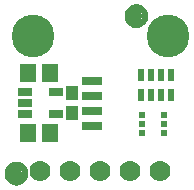
<source format=gbr>
G04 EAGLE Gerber RS-274X export*
G75*
%MOMM*%
%FSLAX34Y34*%
%LPD*%
%INSoldermask Top*%
%IPPOS*%
%AMOC8*
5,1,8,0,0,1.08239X$1,22.5*%
G01*
%ADD10C,3.617600*%
%ADD11C,1.101600*%
%ADD12C,0.500000*%
%ADD13R,1.341600X1.601600*%
%ADD14R,1.301600X0.651600*%
%ADD15R,1.101600X1.176600*%
%ADD16C,1.778000*%
%ADD17R,0.551600X1.001600*%
%ADD18R,0.601600X0.601600*%
%ADD19R,0.601600X0.501600*%
%ADD20R,1.701600X0.801600*%


D10*
X25400Y139700D03*
X139700Y139700D03*
D11*
X113030Y156210D03*
D12*
X113030Y163710D02*
X112849Y163708D01*
X112668Y163701D01*
X112487Y163690D01*
X112306Y163675D01*
X112126Y163655D01*
X111946Y163631D01*
X111767Y163603D01*
X111589Y163570D01*
X111412Y163533D01*
X111235Y163492D01*
X111060Y163447D01*
X110885Y163397D01*
X110712Y163343D01*
X110541Y163285D01*
X110370Y163223D01*
X110202Y163156D01*
X110035Y163086D01*
X109869Y163012D01*
X109706Y162933D01*
X109545Y162851D01*
X109385Y162765D01*
X109228Y162675D01*
X109073Y162581D01*
X108920Y162484D01*
X108770Y162382D01*
X108622Y162278D01*
X108476Y162169D01*
X108334Y162058D01*
X108194Y161942D01*
X108057Y161824D01*
X107922Y161702D01*
X107791Y161577D01*
X107663Y161449D01*
X107538Y161318D01*
X107416Y161183D01*
X107298Y161046D01*
X107182Y160906D01*
X107071Y160764D01*
X106962Y160618D01*
X106858Y160470D01*
X106756Y160320D01*
X106659Y160167D01*
X106565Y160012D01*
X106475Y159855D01*
X106389Y159695D01*
X106307Y159534D01*
X106228Y159371D01*
X106154Y159205D01*
X106084Y159038D01*
X106017Y158870D01*
X105955Y158699D01*
X105897Y158528D01*
X105843Y158355D01*
X105793Y158180D01*
X105748Y158005D01*
X105707Y157828D01*
X105670Y157651D01*
X105637Y157473D01*
X105609Y157294D01*
X105585Y157114D01*
X105565Y156934D01*
X105550Y156753D01*
X105539Y156572D01*
X105532Y156391D01*
X105530Y156210D01*
X113030Y163710D02*
X113211Y163708D01*
X113392Y163701D01*
X113573Y163690D01*
X113754Y163675D01*
X113934Y163655D01*
X114114Y163631D01*
X114293Y163603D01*
X114471Y163570D01*
X114648Y163533D01*
X114825Y163492D01*
X115000Y163447D01*
X115175Y163397D01*
X115348Y163343D01*
X115519Y163285D01*
X115690Y163223D01*
X115858Y163156D01*
X116025Y163086D01*
X116191Y163012D01*
X116354Y162933D01*
X116515Y162851D01*
X116675Y162765D01*
X116832Y162675D01*
X116987Y162581D01*
X117140Y162484D01*
X117290Y162382D01*
X117438Y162278D01*
X117584Y162169D01*
X117726Y162058D01*
X117866Y161942D01*
X118003Y161824D01*
X118138Y161702D01*
X118269Y161577D01*
X118397Y161449D01*
X118522Y161318D01*
X118644Y161183D01*
X118762Y161046D01*
X118878Y160906D01*
X118989Y160764D01*
X119098Y160618D01*
X119202Y160470D01*
X119304Y160320D01*
X119401Y160167D01*
X119495Y160012D01*
X119585Y159855D01*
X119671Y159695D01*
X119753Y159534D01*
X119832Y159371D01*
X119906Y159205D01*
X119976Y159038D01*
X120043Y158870D01*
X120105Y158699D01*
X120163Y158528D01*
X120217Y158355D01*
X120267Y158180D01*
X120312Y158005D01*
X120353Y157828D01*
X120390Y157651D01*
X120423Y157473D01*
X120451Y157294D01*
X120475Y157114D01*
X120495Y156934D01*
X120510Y156753D01*
X120521Y156572D01*
X120528Y156391D01*
X120530Y156210D01*
X120528Y156029D01*
X120521Y155848D01*
X120510Y155667D01*
X120495Y155486D01*
X120475Y155306D01*
X120451Y155126D01*
X120423Y154947D01*
X120390Y154769D01*
X120353Y154592D01*
X120312Y154415D01*
X120267Y154240D01*
X120217Y154065D01*
X120163Y153892D01*
X120105Y153721D01*
X120043Y153550D01*
X119976Y153382D01*
X119906Y153215D01*
X119832Y153049D01*
X119753Y152886D01*
X119671Y152725D01*
X119585Y152565D01*
X119495Y152408D01*
X119401Y152253D01*
X119304Y152100D01*
X119202Y151950D01*
X119098Y151802D01*
X118989Y151656D01*
X118878Y151514D01*
X118762Y151374D01*
X118644Y151237D01*
X118522Y151102D01*
X118397Y150971D01*
X118269Y150843D01*
X118138Y150718D01*
X118003Y150596D01*
X117866Y150478D01*
X117726Y150362D01*
X117584Y150251D01*
X117438Y150142D01*
X117290Y150038D01*
X117140Y149936D01*
X116987Y149839D01*
X116832Y149745D01*
X116675Y149655D01*
X116515Y149569D01*
X116354Y149487D01*
X116191Y149408D01*
X116025Y149334D01*
X115858Y149264D01*
X115690Y149197D01*
X115519Y149135D01*
X115348Y149077D01*
X115175Y149023D01*
X115000Y148973D01*
X114825Y148928D01*
X114648Y148887D01*
X114471Y148850D01*
X114293Y148817D01*
X114114Y148789D01*
X113934Y148765D01*
X113754Y148745D01*
X113573Y148730D01*
X113392Y148719D01*
X113211Y148712D01*
X113030Y148710D01*
X112849Y148712D01*
X112668Y148719D01*
X112487Y148730D01*
X112306Y148745D01*
X112126Y148765D01*
X111946Y148789D01*
X111767Y148817D01*
X111589Y148850D01*
X111412Y148887D01*
X111235Y148928D01*
X111060Y148973D01*
X110885Y149023D01*
X110712Y149077D01*
X110541Y149135D01*
X110370Y149197D01*
X110202Y149264D01*
X110035Y149334D01*
X109869Y149408D01*
X109706Y149487D01*
X109545Y149569D01*
X109385Y149655D01*
X109228Y149745D01*
X109073Y149839D01*
X108920Y149936D01*
X108770Y150038D01*
X108622Y150142D01*
X108476Y150251D01*
X108334Y150362D01*
X108194Y150478D01*
X108057Y150596D01*
X107922Y150718D01*
X107791Y150843D01*
X107663Y150971D01*
X107538Y151102D01*
X107416Y151237D01*
X107298Y151374D01*
X107182Y151514D01*
X107071Y151656D01*
X106962Y151802D01*
X106858Y151950D01*
X106756Y152100D01*
X106659Y152253D01*
X106565Y152408D01*
X106475Y152565D01*
X106389Y152725D01*
X106307Y152886D01*
X106228Y153049D01*
X106154Y153215D01*
X106084Y153382D01*
X106017Y153550D01*
X105955Y153721D01*
X105897Y153892D01*
X105843Y154065D01*
X105793Y154240D01*
X105748Y154415D01*
X105707Y154592D01*
X105670Y154769D01*
X105637Y154947D01*
X105609Y155126D01*
X105585Y155306D01*
X105565Y155486D01*
X105550Y155667D01*
X105539Y155848D01*
X105532Y156029D01*
X105530Y156210D01*
D11*
X11430Y22860D03*
D12*
X11430Y30360D02*
X11249Y30358D01*
X11068Y30351D01*
X10887Y30340D01*
X10706Y30325D01*
X10526Y30305D01*
X10346Y30281D01*
X10167Y30253D01*
X9989Y30220D01*
X9812Y30183D01*
X9635Y30142D01*
X9460Y30097D01*
X9285Y30047D01*
X9112Y29993D01*
X8941Y29935D01*
X8770Y29873D01*
X8602Y29806D01*
X8435Y29736D01*
X8269Y29662D01*
X8106Y29583D01*
X7945Y29501D01*
X7785Y29415D01*
X7628Y29325D01*
X7473Y29231D01*
X7320Y29134D01*
X7170Y29032D01*
X7022Y28928D01*
X6876Y28819D01*
X6734Y28708D01*
X6594Y28592D01*
X6457Y28474D01*
X6322Y28352D01*
X6191Y28227D01*
X6063Y28099D01*
X5938Y27968D01*
X5816Y27833D01*
X5698Y27696D01*
X5582Y27556D01*
X5471Y27414D01*
X5362Y27268D01*
X5258Y27120D01*
X5156Y26970D01*
X5059Y26817D01*
X4965Y26662D01*
X4875Y26505D01*
X4789Y26345D01*
X4707Y26184D01*
X4628Y26021D01*
X4554Y25855D01*
X4484Y25688D01*
X4417Y25520D01*
X4355Y25349D01*
X4297Y25178D01*
X4243Y25005D01*
X4193Y24830D01*
X4148Y24655D01*
X4107Y24478D01*
X4070Y24301D01*
X4037Y24123D01*
X4009Y23944D01*
X3985Y23764D01*
X3965Y23584D01*
X3950Y23403D01*
X3939Y23222D01*
X3932Y23041D01*
X3930Y22860D01*
X11430Y30360D02*
X11611Y30358D01*
X11792Y30351D01*
X11973Y30340D01*
X12154Y30325D01*
X12334Y30305D01*
X12514Y30281D01*
X12693Y30253D01*
X12871Y30220D01*
X13048Y30183D01*
X13225Y30142D01*
X13400Y30097D01*
X13575Y30047D01*
X13748Y29993D01*
X13919Y29935D01*
X14090Y29873D01*
X14258Y29806D01*
X14425Y29736D01*
X14591Y29662D01*
X14754Y29583D01*
X14915Y29501D01*
X15075Y29415D01*
X15232Y29325D01*
X15387Y29231D01*
X15540Y29134D01*
X15690Y29032D01*
X15838Y28928D01*
X15984Y28819D01*
X16126Y28708D01*
X16266Y28592D01*
X16403Y28474D01*
X16538Y28352D01*
X16669Y28227D01*
X16797Y28099D01*
X16922Y27968D01*
X17044Y27833D01*
X17162Y27696D01*
X17278Y27556D01*
X17389Y27414D01*
X17498Y27268D01*
X17602Y27120D01*
X17704Y26970D01*
X17801Y26817D01*
X17895Y26662D01*
X17985Y26505D01*
X18071Y26345D01*
X18153Y26184D01*
X18232Y26021D01*
X18306Y25855D01*
X18376Y25688D01*
X18443Y25520D01*
X18505Y25349D01*
X18563Y25178D01*
X18617Y25005D01*
X18667Y24830D01*
X18712Y24655D01*
X18753Y24478D01*
X18790Y24301D01*
X18823Y24123D01*
X18851Y23944D01*
X18875Y23764D01*
X18895Y23584D01*
X18910Y23403D01*
X18921Y23222D01*
X18928Y23041D01*
X18930Y22860D01*
X18928Y22679D01*
X18921Y22498D01*
X18910Y22317D01*
X18895Y22136D01*
X18875Y21956D01*
X18851Y21776D01*
X18823Y21597D01*
X18790Y21419D01*
X18753Y21242D01*
X18712Y21065D01*
X18667Y20890D01*
X18617Y20715D01*
X18563Y20542D01*
X18505Y20371D01*
X18443Y20200D01*
X18376Y20032D01*
X18306Y19865D01*
X18232Y19699D01*
X18153Y19536D01*
X18071Y19375D01*
X17985Y19215D01*
X17895Y19058D01*
X17801Y18903D01*
X17704Y18750D01*
X17602Y18600D01*
X17498Y18452D01*
X17389Y18306D01*
X17278Y18164D01*
X17162Y18024D01*
X17044Y17887D01*
X16922Y17752D01*
X16797Y17621D01*
X16669Y17493D01*
X16538Y17368D01*
X16403Y17246D01*
X16266Y17128D01*
X16126Y17012D01*
X15984Y16901D01*
X15838Y16792D01*
X15690Y16688D01*
X15540Y16586D01*
X15387Y16489D01*
X15232Y16395D01*
X15075Y16305D01*
X14915Y16219D01*
X14754Y16137D01*
X14591Y16058D01*
X14425Y15984D01*
X14258Y15914D01*
X14090Y15847D01*
X13919Y15785D01*
X13748Y15727D01*
X13575Y15673D01*
X13400Y15623D01*
X13225Y15578D01*
X13048Y15537D01*
X12871Y15500D01*
X12693Y15467D01*
X12514Y15439D01*
X12334Y15415D01*
X12154Y15395D01*
X11973Y15380D01*
X11792Y15369D01*
X11611Y15362D01*
X11430Y15360D01*
X11249Y15362D01*
X11068Y15369D01*
X10887Y15380D01*
X10706Y15395D01*
X10526Y15415D01*
X10346Y15439D01*
X10167Y15467D01*
X9989Y15500D01*
X9812Y15537D01*
X9635Y15578D01*
X9460Y15623D01*
X9285Y15673D01*
X9112Y15727D01*
X8941Y15785D01*
X8770Y15847D01*
X8602Y15914D01*
X8435Y15984D01*
X8269Y16058D01*
X8106Y16137D01*
X7945Y16219D01*
X7785Y16305D01*
X7628Y16395D01*
X7473Y16489D01*
X7320Y16586D01*
X7170Y16688D01*
X7022Y16792D01*
X6876Y16901D01*
X6734Y17012D01*
X6594Y17128D01*
X6457Y17246D01*
X6322Y17368D01*
X6191Y17493D01*
X6063Y17621D01*
X5938Y17752D01*
X5816Y17887D01*
X5698Y18024D01*
X5582Y18164D01*
X5471Y18306D01*
X5362Y18452D01*
X5258Y18600D01*
X5156Y18750D01*
X5059Y18903D01*
X4965Y19058D01*
X4875Y19215D01*
X4789Y19375D01*
X4707Y19536D01*
X4628Y19699D01*
X4554Y19865D01*
X4484Y20032D01*
X4417Y20200D01*
X4355Y20371D01*
X4297Y20542D01*
X4243Y20715D01*
X4193Y20890D01*
X4148Y21065D01*
X4107Y21242D01*
X4070Y21419D01*
X4037Y21597D01*
X4009Y21776D01*
X3985Y21956D01*
X3965Y22136D01*
X3950Y22317D01*
X3939Y22498D01*
X3932Y22679D01*
X3930Y22860D01*
D13*
X20980Y57150D03*
X39980Y57150D03*
D14*
X18749Y92050D03*
X18749Y82550D03*
X18749Y73050D03*
X44751Y73050D03*
X44751Y92050D03*
D13*
X39980Y107950D03*
X20980Y107950D03*
D15*
X58420Y91050D03*
X58420Y74050D03*
D16*
X31750Y25400D03*
X57150Y25400D03*
X82550Y25400D03*
X107950Y25400D03*
X133350Y25400D03*
D17*
X142540Y89290D03*
X142540Y106290D03*
X133540Y89290D03*
X125540Y89290D03*
X116540Y89290D03*
X116540Y106290D03*
X133540Y106290D03*
X125540Y106290D03*
D18*
X136000Y57270D03*
D19*
X136000Y64770D03*
D18*
X136000Y72270D03*
X118000Y72270D03*
D19*
X118000Y64770D03*
D18*
X118000Y57270D03*
D20*
X75360Y101600D03*
X75360Y88900D03*
X75360Y76200D03*
X75360Y63500D03*
M02*

</source>
